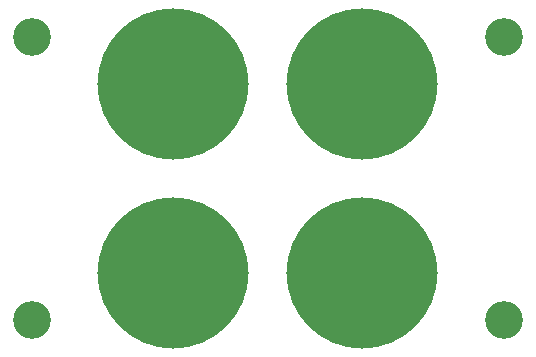
<source format=gbr>
%TF.GenerationSoftware,KiCad,Pcbnew,6.0.1-79c1e3a40b~116~ubuntu20.04.1*%
%TF.CreationDate,2022-10-26T10:43:16+09:00*%
%TF.ProjectId,HV-terminal-branch-board-2-2-half,48562d74-6572-46d6-996e-616c2d627261,1.0*%
%TF.SameCoordinates,Original*%
%TF.FileFunction,Soldermask,Bot*%
%TF.FilePolarity,Negative*%
%FSLAX46Y46*%
G04 Gerber Fmt 4.6, Leading zero omitted, Abs format (unit mm)*
G04 Created by KiCad (PCBNEW 6.0.1-79c1e3a40b~116~ubuntu20.04.1) date 2022-10-26 10:43:16*
%MOMM*%
%LPD*%
G01*
G04 APERTURE LIST*
%ADD10C,3.200000*%
%ADD11C,12.800000*%
%ADD12C,6.800000*%
G04 APERTURE END LIST*
D10*
%TO.C,H4*%
X123000000Y-87000000D03*
%TD*%
%TO.C,H1*%
X83000000Y-87000000D03*
%TD*%
D11*
%TO.C,J5*%
X95000000Y-67000000D03*
D12*
X95000000Y-67000000D03*
%TD*%
D10*
%TO.C,H2*%
X83000000Y-63000000D03*
%TD*%
D12*
%TO.C,J1*%
X111000000Y-67000000D03*
D11*
X111000000Y-67000000D03*
%TD*%
%TO.C,J2*%
X95000000Y-83000000D03*
D12*
X95000000Y-83000000D03*
%TD*%
%TO.C,J6*%
X111000000Y-83000000D03*
D11*
X111000000Y-83000000D03*
%TD*%
D10*
%TO.C,H3*%
X123000000Y-63000000D03*
%TD*%
M02*

</source>
